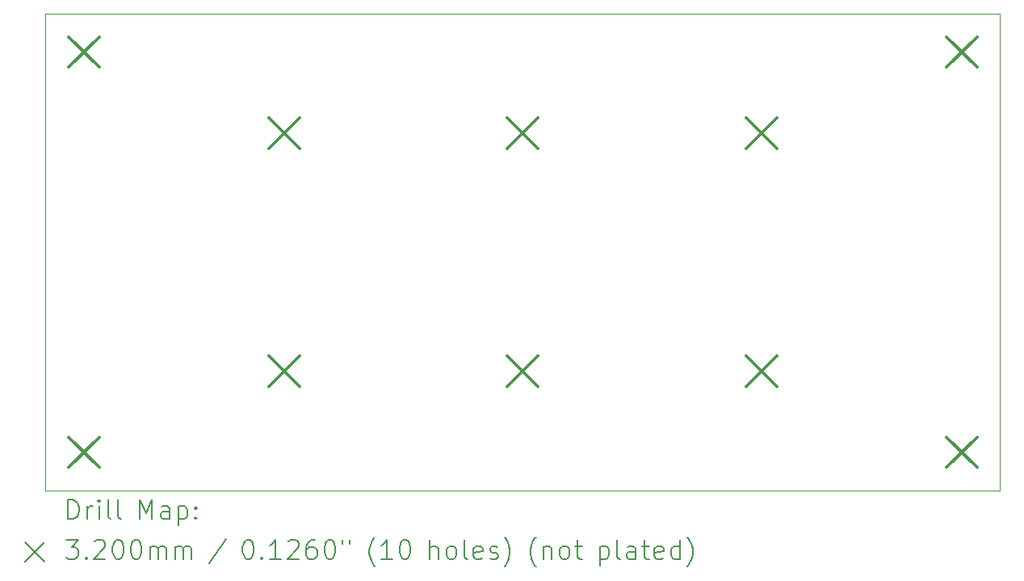
<source format=gbr>
%TF.GenerationSoftware,KiCad,Pcbnew,(7.0.0)*%
%TF.CreationDate,2023-05-18T23:58:31+02:00*%
%TF.ProjectId,Pot,506f742e-6b69-4636-9164-5f7063625858,rev?*%
%TF.SameCoordinates,Original*%
%TF.FileFunction,Drillmap*%
%TF.FilePolarity,Positive*%
%FSLAX45Y45*%
G04 Gerber Fmt 4.5, Leading zero omitted, Abs format (unit mm)*
G04 Created by KiCad (PCBNEW (7.0.0)) date 2023-05-18 23:58:31*
%MOMM*%
%LPD*%
G01*
G04 APERTURE LIST*
%ADD10C,0.100000*%
%ADD11C,0.200000*%
%ADD12C,0.320000*%
G04 APERTURE END LIST*
D10*
X16200000Y-11100000D02*
X6190000Y-11100000D01*
X6190000Y-6100000D01*
X16200000Y-6100000D01*
X16200000Y-11100000D01*
D11*
D12*
X6440000Y-6340000D02*
X6760000Y-6660000D01*
X6760000Y-6340000D02*
X6440000Y-6660000D01*
X6440000Y-10540000D02*
X6760000Y-10860000D01*
X6760000Y-10540000D02*
X6440000Y-10860000D01*
X8540000Y-7190000D02*
X8860000Y-7510000D01*
X8860000Y-7190000D02*
X8540000Y-7510000D01*
X8540000Y-9690000D02*
X8860000Y-10010000D01*
X8860000Y-9690000D02*
X8540000Y-10010000D01*
X11040000Y-7190000D02*
X11360000Y-7510000D01*
X11360000Y-7190000D02*
X11040000Y-7510000D01*
X11040000Y-9690000D02*
X11360000Y-10010000D01*
X11360000Y-9690000D02*
X11040000Y-10010000D01*
X13540000Y-7190000D02*
X13860000Y-7510000D01*
X13860000Y-7190000D02*
X13540000Y-7510000D01*
X13540000Y-9690000D02*
X13860000Y-10010000D01*
X13860000Y-9690000D02*
X13540000Y-10010000D01*
X15640000Y-6340000D02*
X15960000Y-6660000D01*
X15960000Y-6340000D02*
X15640000Y-6660000D01*
X15640000Y-10540000D02*
X15960000Y-10860000D01*
X15960000Y-10540000D02*
X15640000Y-10860000D01*
D11*
X6432619Y-11398476D02*
X6432619Y-11198476D01*
X6432619Y-11198476D02*
X6480238Y-11198476D01*
X6480238Y-11198476D02*
X6508809Y-11208000D01*
X6508809Y-11208000D02*
X6527857Y-11227048D01*
X6527857Y-11227048D02*
X6537381Y-11246095D01*
X6537381Y-11246095D02*
X6546905Y-11284190D01*
X6546905Y-11284190D02*
X6546905Y-11312762D01*
X6546905Y-11312762D02*
X6537381Y-11350857D01*
X6537381Y-11350857D02*
X6527857Y-11369905D01*
X6527857Y-11369905D02*
X6508809Y-11388952D01*
X6508809Y-11388952D02*
X6480238Y-11398476D01*
X6480238Y-11398476D02*
X6432619Y-11398476D01*
X6632619Y-11398476D02*
X6632619Y-11265143D01*
X6632619Y-11303238D02*
X6642143Y-11284190D01*
X6642143Y-11284190D02*
X6651667Y-11274667D01*
X6651667Y-11274667D02*
X6670714Y-11265143D01*
X6670714Y-11265143D02*
X6689762Y-11265143D01*
X6756428Y-11398476D02*
X6756428Y-11265143D01*
X6756428Y-11198476D02*
X6746905Y-11208000D01*
X6746905Y-11208000D02*
X6756428Y-11217524D01*
X6756428Y-11217524D02*
X6765952Y-11208000D01*
X6765952Y-11208000D02*
X6756428Y-11198476D01*
X6756428Y-11198476D02*
X6756428Y-11217524D01*
X6880238Y-11398476D02*
X6861190Y-11388952D01*
X6861190Y-11388952D02*
X6851667Y-11369905D01*
X6851667Y-11369905D02*
X6851667Y-11198476D01*
X6985000Y-11398476D02*
X6965952Y-11388952D01*
X6965952Y-11388952D02*
X6956428Y-11369905D01*
X6956428Y-11369905D02*
X6956428Y-11198476D01*
X7181190Y-11398476D02*
X7181190Y-11198476D01*
X7181190Y-11198476D02*
X7247857Y-11341333D01*
X7247857Y-11341333D02*
X7314524Y-11198476D01*
X7314524Y-11198476D02*
X7314524Y-11398476D01*
X7495476Y-11398476D02*
X7495476Y-11293714D01*
X7495476Y-11293714D02*
X7485952Y-11274667D01*
X7485952Y-11274667D02*
X7466905Y-11265143D01*
X7466905Y-11265143D02*
X7428809Y-11265143D01*
X7428809Y-11265143D02*
X7409762Y-11274667D01*
X7495476Y-11388952D02*
X7476428Y-11398476D01*
X7476428Y-11398476D02*
X7428809Y-11398476D01*
X7428809Y-11398476D02*
X7409762Y-11388952D01*
X7409762Y-11388952D02*
X7400238Y-11369905D01*
X7400238Y-11369905D02*
X7400238Y-11350857D01*
X7400238Y-11350857D02*
X7409762Y-11331809D01*
X7409762Y-11331809D02*
X7428809Y-11322286D01*
X7428809Y-11322286D02*
X7476428Y-11322286D01*
X7476428Y-11322286D02*
X7495476Y-11312762D01*
X7590714Y-11265143D02*
X7590714Y-11465143D01*
X7590714Y-11274667D02*
X7609762Y-11265143D01*
X7609762Y-11265143D02*
X7647857Y-11265143D01*
X7647857Y-11265143D02*
X7666905Y-11274667D01*
X7666905Y-11274667D02*
X7676428Y-11284190D01*
X7676428Y-11284190D02*
X7685952Y-11303238D01*
X7685952Y-11303238D02*
X7685952Y-11360381D01*
X7685952Y-11360381D02*
X7676428Y-11379428D01*
X7676428Y-11379428D02*
X7666905Y-11388952D01*
X7666905Y-11388952D02*
X7647857Y-11398476D01*
X7647857Y-11398476D02*
X7609762Y-11398476D01*
X7609762Y-11398476D02*
X7590714Y-11388952D01*
X7771667Y-11379428D02*
X7781190Y-11388952D01*
X7781190Y-11388952D02*
X7771667Y-11398476D01*
X7771667Y-11398476D02*
X7762143Y-11388952D01*
X7762143Y-11388952D02*
X7771667Y-11379428D01*
X7771667Y-11379428D02*
X7771667Y-11398476D01*
X7771667Y-11274667D02*
X7781190Y-11284190D01*
X7781190Y-11284190D02*
X7771667Y-11293714D01*
X7771667Y-11293714D02*
X7762143Y-11284190D01*
X7762143Y-11284190D02*
X7771667Y-11274667D01*
X7771667Y-11274667D02*
X7771667Y-11293714D01*
X5985000Y-11645000D02*
X6185000Y-11845000D01*
X6185000Y-11645000D02*
X5985000Y-11845000D01*
X6413571Y-11618476D02*
X6537381Y-11618476D01*
X6537381Y-11618476D02*
X6470714Y-11694667D01*
X6470714Y-11694667D02*
X6499286Y-11694667D01*
X6499286Y-11694667D02*
X6518333Y-11704190D01*
X6518333Y-11704190D02*
X6527857Y-11713714D01*
X6527857Y-11713714D02*
X6537381Y-11732762D01*
X6537381Y-11732762D02*
X6537381Y-11780381D01*
X6537381Y-11780381D02*
X6527857Y-11799428D01*
X6527857Y-11799428D02*
X6518333Y-11808952D01*
X6518333Y-11808952D02*
X6499286Y-11818476D01*
X6499286Y-11818476D02*
X6442143Y-11818476D01*
X6442143Y-11818476D02*
X6423095Y-11808952D01*
X6423095Y-11808952D02*
X6413571Y-11799428D01*
X6623095Y-11799428D02*
X6632619Y-11808952D01*
X6632619Y-11808952D02*
X6623095Y-11818476D01*
X6623095Y-11818476D02*
X6613571Y-11808952D01*
X6613571Y-11808952D02*
X6623095Y-11799428D01*
X6623095Y-11799428D02*
X6623095Y-11818476D01*
X6708809Y-11637524D02*
X6718333Y-11628000D01*
X6718333Y-11628000D02*
X6737381Y-11618476D01*
X6737381Y-11618476D02*
X6785000Y-11618476D01*
X6785000Y-11618476D02*
X6804048Y-11628000D01*
X6804048Y-11628000D02*
X6813571Y-11637524D01*
X6813571Y-11637524D02*
X6823095Y-11656571D01*
X6823095Y-11656571D02*
X6823095Y-11675619D01*
X6823095Y-11675619D02*
X6813571Y-11704190D01*
X6813571Y-11704190D02*
X6699286Y-11818476D01*
X6699286Y-11818476D02*
X6823095Y-11818476D01*
X6946905Y-11618476D02*
X6965952Y-11618476D01*
X6965952Y-11618476D02*
X6985000Y-11628000D01*
X6985000Y-11628000D02*
X6994524Y-11637524D01*
X6994524Y-11637524D02*
X7004048Y-11656571D01*
X7004048Y-11656571D02*
X7013571Y-11694667D01*
X7013571Y-11694667D02*
X7013571Y-11742286D01*
X7013571Y-11742286D02*
X7004048Y-11780381D01*
X7004048Y-11780381D02*
X6994524Y-11799428D01*
X6994524Y-11799428D02*
X6985000Y-11808952D01*
X6985000Y-11808952D02*
X6965952Y-11818476D01*
X6965952Y-11818476D02*
X6946905Y-11818476D01*
X6946905Y-11818476D02*
X6927857Y-11808952D01*
X6927857Y-11808952D02*
X6918333Y-11799428D01*
X6918333Y-11799428D02*
X6908809Y-11780381D01*
X6908809Y-11780381D02*
X6899286Y-11742286D01*
X6899286Y-11742286D02*
X6899286Y-11694667D01*
X6899286Y-11694667D02*
X6908809Y-11656571D01*
X6908809Y-11656571D02*
X6918333Y-11637524D01*
X6918333Y-11637524D02*
X6927857Y-11628000D01*
X6927857Y-11628000D02*
X6946905Y-11618476D01*
X7137381Y-11618476D02*
X7156429Y-11618476D01*
X7156429Y-11618476D02*
X7175476Y-11628000D01*
X7175476Y-11628000D02*
X7185000Y-11637524D01*
X7185000Y-11637524D02*
X7194524Y-11656571D01*
X7194524Y-11656571D02*
X7204048Y-11694667D01*
X7204048Y-11694667D02*
X7204048Y-11742286D01*
X7204048Y-11742286D02*
X7194524Y-11780381D01*
X7194524Y-11780381D02*
X7185000Y-11799428D01*
X7185000Y-11799428D02*
X7175476Y-11808952D01*
X7175476Y-11808952D02*
X7156429Y-11818476D01*
X7156429Y-11818476D02*
X7137381Y-11818476D01*
X7137381Y-11818476D02*
X7118333Y-11808952D01*
X7118333Y-11808952D02*
X7108809Y-11799428D01*
X7108809Y-11799428D02*
X7099286Y-11780381D01*
X7099286Y-11780381D02*
X7089762Y-11742286D01*
X7089762Y-11742286D02*
X7089762Y-11694667D01*
X7089762Y-11694667D02*
X7099286Y-11656571D01*
X7099286Y-11656571D02*
X7108809Y-11637524D01*
X7108809Y-11637524D02*
X7118333Y-11628000D01*
X7118333Y-11628000D02*
X7137381Y-11618476D01*
X7289762Y-11818476D02*
X7289762Y-11685143D01*
X7289762Y-11704190D02*
X7299286Y-11694667D01*
X7299286Y-11694667D02*
X7318333Y-11685143D01*
X7318333Y-11685143D02*
X7346905Y-11685143D01*
X7346905Y-11685143D02*
X7365952Y-11694667D01*
X7365952Y-11694667D02*
X7375476Y-11713714D01*
X7375476Y-11713714D02*
X7375476Y-11818476D01*
X7375476Y-11713714D02*
X7385000Y-11694667D01*
X7385000Y-11694667D02*
X7404048Y-11685143D01*
X7404048Y-11685143D02*
X7432619Y-11685143D01*
X7432619Y-11685143D02*
X7451667Y-11694667D01*
X7451667Y-11694667D02*
X7461190Y-11713714D01*
X7461190Y-11713714D02*
X7461190Y-11818476D01*
X7556429Y-11818476D02*
X7556429Y-11685143D01*
X7556429Y-11704190D02*
X7565952Y-11694667D01*
X7565952Y-11694667D02*
X7585000Y-11685143D01*
X7585000Y-11685143D02*
X7613571Y-11685143D01*
X7613571Y-11685143D02*
X7632619Y-11694667D01*
X7632619Y-11694667D02*
X7642143Y-11713714D01*
X7642143Y-11713714D02*
X7642143Y-11818476D01*
X7642143Y-11713714D02*
X7651667Y-11694667D01*
X7651667Y-11694667D02*
X7670714Y-11685143D01*
X7670714Y-11685143D02*
X7699286Y-11685143D01*
X7699286Y-11685143D02*
X7718333Y-11694667D01*
X7718333Y-11694667D02*
X7727857Y-11713714D01*
X7727857Y-11713714D02*
X7727857Y-11818476D01*
X8085952Y-11608952D02*
X7914524Y-11866095D01*
X8310714Y-11618476D02*
X8329762Y-11618476D01*
X8329762Y-11618476D02*
X8348810Y-11628000D01*
X8348810Y-11628000D02*
X8358333Y-11637524D01*
X8358333Y-11637524D02*
X8367857Y-11656571D01*
X8367857Y-11656571D02*
X8377381Y-11694667D01*
X8377381Y-11694667D02*
X8377381Y-11742286D01*
X8377381Y-11742286D02*
X8367857Y-11780381D01*
X8367857Y-11780381D02*
X8358333Y-11799428D01*
X8358333Y-11799428D02*
X8348810Y-11808952D01*
X8348810Y-11808952D02*
X8329762Y-11818476D01*
X8329762Y-11818476D02*
X8310714Y-11818476D01*
X8310714Y-11818476D02*
X8291667Y-11808952D01*
X8291667Y-11808952D02*
X8282143Y-11799428D01*
X8282143Y-11799428D02*
X8272619Y-11780381D01*
X8272619Y-11780381D02*
X8263095Y-11742286D01*
X8263095Y-11742286D02*
X8263095Y-11694667D01*
X8263095Y-11694667D02*
X8272619Y-11656571D01*
X8272619Y-11656571D02*
X8282143Y-11637524D01*
X8282143Y-11637524D02*
X8291667Y-11628000D01*
X8291667Y-11628000D02*
X8310714Y-11618476D01*
X8463095Y-11799428D02*
X8472619Y-11808952D01*
X8472619Y-11808952D02*
X8463095Y-11818476D01*
X8463095Y-11818476D02*
X8453572Y-11808952D01*
X8453572Y-11808952D02*
X8463095Y-11799428D01*
X8463095Y-11799428D02*
X8463095Y-11818476D01*
X8663095Y-11818476D02*
X8548810Y-11818476D01*
X8605952Y-11818476D02*
X8605952Y-11618476D01*
X8605952Y-11618476D02*
X8586905Y-11647048D01*
X8586905Y-11647048D02*
X8567857Y-11666095D01*
X8567857Y-11666095D02*
X8548810Y-11675619D01*
X8739286Y-11637524D02*
X8748810Y-11628000D01*
X8748810Y-11628000D02*
X8767857Y-11618476D01*
X8767857Y-11618476D02*
X8815476Y-11618476D01*
X8815476Y-11618476D02*
X8834524Y-11628000D01*
X8834524Y-11628000D02*
X8844048Y-11637524D01*
X8844048Y-11637524D02*
X8853572Y-11656571D01*
X8853572Y-11656571D02*
X8853572Y-11675619D01*
X8853572Y-11675619D02*
X8844048Y-11704190D01*
X8844048Y-11704190D02*
X8729762Y-11818476D01*
X8729762Y-11818476D02*
X8853572Y-11818476D01*
X9025000Y-11618476D02*
X8986905Y-11618476D01*
X8986905Y-11618476D02*
X8967857Y-11628000D01*
X8967857Y-11628000D02*
X8958333Y-11637524D01*
X8958333Y-11637524D02*
X8939286Y-11666095D01*
X8939286Y-11666095D02*
X8929762Y-11704190D01*
X8929762Y-11704190D02*
X8929762Y-11780381D01*
X8929762Y-11780381D02*
X8939286Y-11799428D01*
X8939286Y-11799428D02*
X8948810Y-11808952D01*
X8948810Y-11808952D02*
X8967857Y-11818476D01*
X8967857Y-11818476D02*
X9005953Y-11818476D01*
X9005953Y-11818476D02*
X9025000Y-11808952D01*
X9025000Y-11808952D02*
X9034524Y-11799428D01*
X9034524Y-11799428D02*
X9044048Y-11780381D01*
X9044048Y-11780381D02*
X9044048Y-11732762D01*
X9044048Y-11732762D02*
X9034524Y-11713714D01*
X9034524Y-11713714D02*
X9025000Y-11704190D01*
X9025000Y-11704190D02*
X9005953Y-11694667D01*
X9005953Y-11694667D02*
X8967857Y-11694667D01*
X8967857Y-11694667D02*
X8948810Y-11704190D01*
X8948810Y-11704190D02*
X8939286Y-11713714D01*
X8939286Y-11713714D02*
X8929762Y-11732762D01*
X9167857Y-11618476D02*
X9186905Y-11618476D01*
X9186905Y-11618476D02*
X9205953Y-11628000D01*
X9205953Y-11628000D02*
X9215476Y-11637524D01*
X9215476Y-11637524D02*
X9225000Y-11656571D01*
X9225000Y-11656571D02*
X9234524Y-11694667D01*
X9234524Y-11694667D02*
X9234524Y-11742286D01*
X9234524Y-11742286D02*
X9225000Y-11780381D01*
X9225000Y-11780381D02*
X9215476Y-11799428D01*
X9215476Y-11799428D02*
X9205953Y-11808952D01*
X9205953Y-11808952D02*
X9186905Y-11818476D01*
X9186905Y-11818476D02*
X9167857Y-11818476D01*
X9167857Y-11818476D02*
X9148810Y-11808952D01*
X9148810Y-11808952D02*
X9139286Y-11799428D01*
X9139286Y-11799428D02*
X9129762Y-11780381D01*
X9129762Y-11780381D02*
X9120238Y-11742286D01*
X9120238Y-11742286D02*
X9120238Y-11694667D01*
X9120238Y-11694667D02*
X9129762Y-11656571D01*
X9129762Y-11656571D02*
X9139286Y-11637524D01*
X9139286Y-11637524D02*
X9148810Y-11628000D01*
X9148810Y-11628000D02*
X9167857Y-11618476D01*
X9310714Y-11618476D02*
X9310714Y-11656571D01*
X9386905Y-11618476D02*
X9386905Y-11656571D01*
X9649762Y-11894667D02*
X9640238Y-11885143D01*
X9640238Y-11885143D02*
X9621191Y-11856571D01*
X9621191Y-11856571D02*
X9611667Y-11837524D01*
X9611667Y-11837524D02*
X9602143Y-11808952D01*
X9602143Y-11808952D02*
X9592619Y-11761333D01*
X9592619Y-11761333D02*
X9592619Y-11723238D01*
X9592619Y-11723238D02*
X9602143Y-11675619D01*
X9602143Y-11675619D02*
X9611667Y-11647048D01*
X9611667Y-11647048D02*
X9621191Y-11628000D01*
X9621191Y-11628000D02*
X9640238Y-11599428D01*
X9640238Y-11599428D02*
X9649762Y-11589905D01*
X9830714Y-11818476D02*
X9716429Y-11818476D01*
X9773572Y-11818476D02*
X9773572Y-11618476D01*
X9773572Y-11618476D02*
X9754524Y-11647048D01*
X9754524Y-11647048D02*
X9735476Y-11666095D01*
X9735476Y-11666095D02*
X9716429Y-11675619D01*
X9954524Y-11618476D02*
X9973572Y-11618476D01*
X9973572Y-11618476D02*
X9992619Y-11628000D01*
X9992619Y-11628000D02*
X10002143Y-11637524D01*
X10002143Y-11637524D02*
X10011667Y-11656571D01*
X10011667Y-11656571D02*
X10021191Y-11694667D01*
X10021191Y-11694667D02*
X10021191Y-11742286D01*
X10021191Y-11742286D02*
X10011667Y-11780381D01*
X10011667Y-11780381D02*
X10002143Y-11799428D01*
X10002143Y-11799428D02*
X9992619Y-11808952D01*
X9992619Y-11808952D02*
X9973572Y-11818476D01*
X9973572Y-11818476D02*
X9954524Y-11818476D01*
X9954524Y-11818476D02*
X9935476Y-11808952D01*
X9935476Y-11808952D02*
X9925953Y-11799428D01*
X9925953Y-11799428D02*
X9916429Y-11780381D01*
X9916429Y-11780381D02*
X9906905Y-11742286D01*
X9906905Y-11742286D02*
X9906905Y-11694667D01*
X9906905Y-11694667D02*
X9916429Y-11656571D01*
X9916429Y-11656571D02*
X9925953Y-11637524D01*
X9925953Y-11637524D02*
X9935476Y-11628000D01*
X9935476Y-11628000D02*
X9954524Y-11618476D01*
X10226905Y-11818476D02*
X10226905Y-11618476D01*
X10312619Y-11818476D02*
X10312619Y-11713714D01*
X10312619Y-11713714D02*
X10303095Y-11694667D01*
X10303095Y-11694667D02*
X10284048Y-11685143D01*
X10284048Y-11685143D02*
X10255476Y-11685143D01*
X10255476Y-11685143D02*
X10236429Y-11694667D01*
X10236429Y-11694667D02*
X10226905Y-11704190D01*
X10436429Y-11818476D02*
X10417381Y-11808952D01*
X10417381Y-11808952D02*
X10407857Y-11799428D01*
X10407857Y-11799428D02*
X10398334Y-11780381D01*
X10398334Y-11780381D02*
X10398334Y-11723238D01*
X10398334Y-11723238D02*
X10407857Y-11704190D01*
X10407857Y-11704190D02*
X10417381Y-11694667D01*
X10417381Y-11694667D02*
X10436429Y-11685143D01*
X10436429Y-11685143D02*
X10465000Y-11685143D01*
X10465000Y-11685143D02*
X10484048Y-11694667D01*
X10484048Y-11694667D02*
X10493572Y-11704190D01*
X10493572Y-11704190D02*
X10503095Y-11723238D01*
X10503095Y-11723238D02*
X10503095Y-11780381D01*
X10503095Y-11780381D02*
X10493572Y-11799428D01*
X10493572Y-11799428D02*
X10484048Y-11808952D01*
X10484048Y-11808952D02*
X10465000Y-11818476D01*
X10465000Y-11818476D02*
X10436429Y-11818476D01*
X10617381Y-11818476D02*
X10598334Y-11808952D01*
X10598334Y-11808952D02*
X10588810Y-11789905D01*
X10588810Y-11789905D02*
X10588810Y-11618476D01*
X10769762Y-11808952D02*
X10750715Y-11818476D01*
X10750715Y-11818476D02*
X10712619Y-11818476D01*
X10712619Y-11818476D02*
X10693572Y-11808952D01*
X10693572Y-11808952D02*
X10684048Y-11789905D01*
X10684048Y-11789905D02*
X10684048Y-11713714D01*
X10684048Y-11713714D02*
X10693572Y-11694667D01*
X10693572Y-11694667D02*
X10712619Y-11685143D01*
X10712619Y-11685143D02*
X10750715Y-11685143D01*
X10750715Y-11685143D02*
X10769762Y-11694667D01*
X10769762Y-11694667D02*
X10779286Y-11713714D01*
X10779286Y-11713714D02*
X10779286Y-11732762D01*
X10779286Y-11732762D02*
X10684048Y-11751809D01*
X10855476Y-11808952D02*
X10874524Y-11818476D01*
X10874524Y-11818476D02*
X10912619Y-11818476D01*
X10912619Y-11818476D02*
X10931667Y-11808952D01*
X10931667Y-11808952D02*
X10941191Y-11789905D01*
X10941191Y-11789905D02*
X10941191Y-11780381D01*
X10941191Y-11780381D02*
X10931667Y-11761333D01*
X10931667Y-11761333D02*
X10912619Y-11751809D01*
X10912619Y-11751809D02*
X10884048Y-11751809D01*
X10884048Y-11751809D02*
X10865000Y-11742286D01*
X10865000Y-11742286D02*
X10855476Y-11723238D01*
X10855476Y-11723238D02*
X10855476Y-11713714D01*
X10855476Y-11713714D02*
X10865000Y-11694667D01*
X10865000Y-11694667D02*
X10884048Y-11685143D01*
X10884048Y-11685143D02*
X10912619Y-11685143D01*
X10912619Y-11685143D02*
X10931667Y-11694667D01*
X11007857Y-11894667D02*
X11017381Y-11885143D01*
X11017381Y-11885143D02*
X11036429Y-11856571D01*
X11036429Y-11856571D02*
X11045953Y-11837524D01*
X11045953Y-11837524D02*
X11055476Y-11808952D01*
X11055476Y-11808952D02*
X11065000Y-11761333D01*
X11065000Y-11761333D02*
X11065000Y-11723238D01*
X11065000Y-11723238D02*
X11055476Y-11675619D01*
X11055476Y-11675619D02*
X11045953Y-11647048D01*
X11045953Y-11647048D02*
X11036429Y-11628000D01*
X11036429Y-11628000D02*
X11017381Y-11599428D01*
X11017381Y-11599428D02*
X11007857Y-11589905D01*
X11337381Y-11894667D02*
X11327857Y-11885143D01*
X11327857Y-11885143D02*
X11308810Y-11856571D01*
X11308810Y-11856571D02*
X11299286Y-11837524D01*
X11299286Y-11837524D02*
X11289762Y-11808952D01*
X11289762Y-11808952D02*
X11280238Y-11761333D01*
X11280238Y-11761333D02*
X11280238Y-11723238D01*
X11280238Y-11723238D02*
X11289762Y-11675619D01*
X11289762Y-11675619D02*
X11299286Y-11647048D01*
X11299286Y-11647048D02*
X11308810Y-11628000D01*
X11308810Y-11628000D02*
X11327857Y-11599428D01*
X11327857Y-11599428D02*
X11337381Y-11589905D01*
X11413572Y-11685143D02*
X11413572Y-11818476D01*
X11413572Y-11704190D02*
X11423095Y-11694667D01*
X11423095Y-11694667D02*
X11442143Y-11685143D01*
X11442143Y-11685143D02*
X11470714Y-11685143D01*
X11470714Y-11685143D02*
X11489762Y-11694667D01*
X11489762Y-11694667D02*
X11499286Y-11713714D01*
X11499286Y-11713714D02*
X11499286Y-11818476D01*
X11623095Y-11818476D02*
X11604048Y-11808952D01*
X11604048Y-11808952D02*
X11594524Y-11799428D01*
X11594524Y-11799428D02*
X11585000Y-11780381D01*
X11585000Y-11780381D02*
X11585000Y-11723238D01*
X11585000Y-11723238D02*
X11594524Y-11704190D01*
X11594524Y-11704190D02*
X11604048Y-11694667D01*
X11604048Y-11694667D02*
X11623095Y-11685143D01*
X11623095Y-11685143D02*
X11651667Y-11685143D01*
X11651667Y-11685143D02*
X11670714Y-11694667D01*
X11670714Y-11694667D02*
X11680238Y-11704190D01*
X11680238Y-11704190D02*
X11689762Y-11723238D01*
X11689762Y-11723238D02*
X11689762Y-11780381D01*
X11689762Y-11780381D02*
X11680238Y-11799428D01*
X11680238Y-11799428D02*
X11670714Y-11808952D01*
X11670714Y-11808952D02*
X11651667Y-11818476D01*
X11651667Y-11818476D02*
X11623095Y-11818476D01*
X11746905Y-11685143D02*
X11823095Y-11685143D01*
X11775476Y-11618476D02*
X11775476Y-11789905D01*
X11775476Y-11789905D02*
X11785000Y-11808952D01*
X11785000Y-11808952D02*
X11804048Y-11818476D01*
X11804048Y-11818476D02*
X11823095Y-11818476D01*
X12009762Y-11685143D02*
X12009762Y-11885143D01*
X12009762Y-11694667D02*
X12028810Y-11685143D01*
X12028810Y-11685143D02*
X12066905Y-11685143D01*
X12066905Y-11685143D02*
X12085953Y-11694667D01*
X12085953Y-11694667D02*
X12095476Y-11704190D01*
X12095476Y-11704190D02*
X12105000Y-11723238D01*
X12105000Y-11723238D02*
X12105000Y-11780381D01*
X12105000Y-11780381D02*
X12095476Y-11799428D01*
X12095476Y-11799428D02*
X12085953Y-11808952D01*
X12085953Y-11808952D02*
X12066905Y-11818476D01*
X12066905Y-11818476D02*
X12028810Y-11818476D01*
X12028810Y-11818476D02*
X12009762Y-11808952D01*
X12219286Y-11818476D02*
X12200238Y-11808952D01*
X12200238Y-11808952D02*
X12190714Y-11789905D01*
X12190714Y-11789905D02*
X12190714Y-11618476D01*
X12381191Y-11818476D02*
X12381191Y-11713714D01*
X12381191Y-11713714D02*
X12371667Y-11694667D01*
X12371667Y-11694667D02*
X12352619Y-11685143D01*
X12352619Y-11685143D02*
X12314524Y-11685143D01*
X12314524Y-11685143D02*
X12295476Y-11694667D01*
X12381191Y-11808952D02*
X12362143Y-11818476D01*
X12362143Y-11818476D02*
X12314524Y-11818476D01*
X12314524Y-11818476D02*
X12295476Y-11808952D01*
X12295476Y-11808952D02*
X12285953Y-11789905D01*
X12285953Y-11789905D02*
X12285953Y-11770857D01*
X12285953Y-11770857D02*
X12295476Y-11751809D01*
X12295476Y-11751809D02*
X12314524Y-11742286D01*
X12314524Y-11742286D02*
X12362143Y-11742286D01*
X12362143Y-11742286D02*
X12381191Y-11732762D01*
X12447857Y-11685143D02*
X12524048Y-11685143D01*
X12476429Y-11618476D02*
X12476429Y-11789905D01*
X12476429Y-11789905D02*
X12485953Y-11808952D01*
X12485953Y-11808952D02*
X12505000Y-11818476D01*
X12505000Y-11818476D02*
X12524048Y-11818476D01*
X12666905Y-11808952D02*
X12647857Y-11818476D01*
X12647857Y-11818476D02*
X12609762Y-11818476D01*
X12609762Y-11818476D02*
X12590714Y-11808952D01*
X12590714Y-11808952D02*
X12581191Y-11789905D01*
X12581191Y-11789905D02*
X12581191Y-11713714D01*
X12581191Y-11713714D02*
X12590714Y-11694667D01*
X12590714Y-11694667D02*
X12609762Y-11685143D01*
X12609762Y-11685143D02*
X12647857Y-11685143D01*
X12647857Y-11685143D02*
X12666905Y-11694667D01*
X12666905Y-11694667D02*
X12676429Y-11713714D01*
X12676429Y-11713714D02*
X12676429Y-11732762D01*
X12676429Y-11732762D02*
X12581191Y-11751809D01*
X12847857Y-11818476D02*
X12847857Y-11618476D01*
X12847857Y-11808952D02*
X12828810Y-11818476D01*
X12828810Y-11818476D02*
X12790714Y-11818476D01*
X12790714Y-11818476D02*
X12771667Y-11808952D01*
X12771667Y-11808952D02*
X12762143Y-11799428D01*
X12762143Y-11799428D02*
X12752619Y-11780381D01*
X12752619Y-11780381D02*
X12752619Y-11723238D01*
X12752619Y-11723238D02*
X12762143Y-11704190D01*
X12762143Y-11704190D02*
X12771667Y-11694667D01*
X12771667Y-11694667D02*
X12790714Y-11685143D01*
X12790714Y-11685143D02*
X12828810Y-11685143D01*
X12828810Y-11685143D02*
X12847857Y-11694667D01*
X12924048Y-11894667D02*
X12933572Y-11885143D01*
X12933572Y-11885143D02*
X12952619Y-11856571D01*
X12952619Y-11856571D02*
X12962143Y-11837524D01*
X12962143Y-11837524D02*
X12971667Y-11808952D01*
X12971667Y-11808952D02*
X12981191Y-11761333D01*
X12981191Y-11761333D02*
X12981191Y-11723238D01*
X12981191Y-11723238D02*
X12971667Y-11675619D01*
X12971667Y-11675619D02*
X12962143Y-11647048D01*
X12962143Y-11647048D02*
X12952619Y-11628000D01*
X12952619Y-11628000D02*
X12933572Y-11599428D01*
X12933572Y-11599428D02*
X12924048Y-11589905D01*
M02*

</source>
